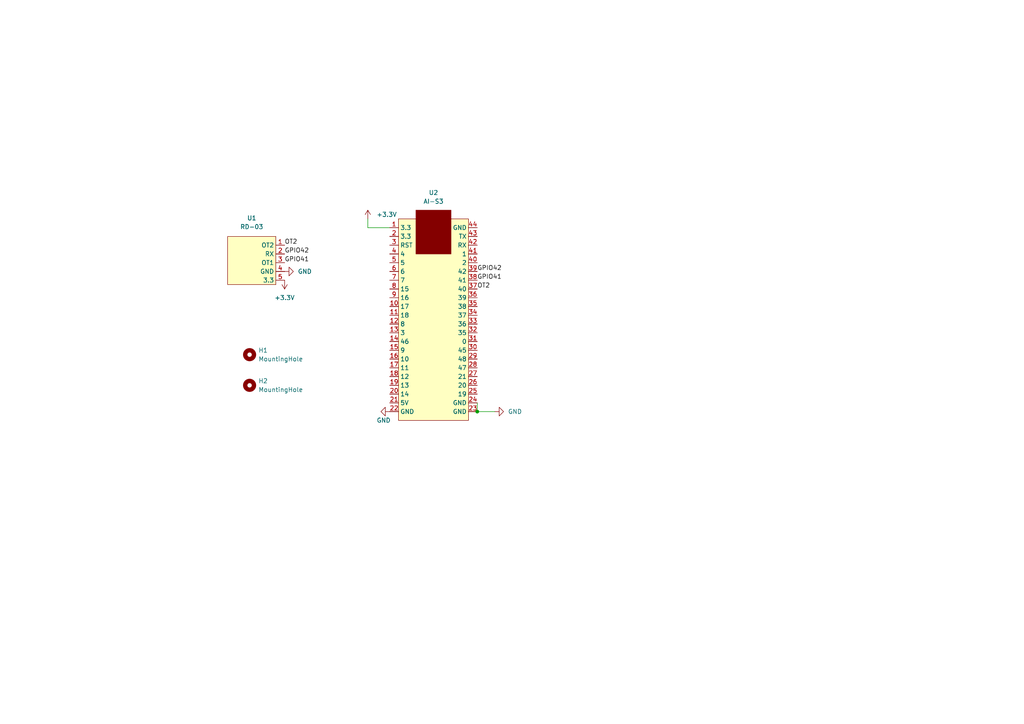
<source format=kicad_sch>
(kicad_sch (version 20211123) (generator eeschema)

  (uuid 0c065d66-7bc9-410f-852e-616d39d1b5e6)

  (paper "A4")

  (lib_symbols
    (symbol "Mechanical:MountingHole" (pin_names (offset 1.016)) (in_bom yes) (on_board yes)
      (property "Reference" "H" (id 0) (at 0 5.08 0)
        (effects (font (size 1.27 1.27)))
      )
      (property "Value" "MountingHole" (id 1) (at 0 3.175 0)
        (effects (font (size 1.27 1.27)))
      )
      (property "Footprint" "" (id 2) (at 0 0 0)
        (effects (font (size 1.27 1.27)) hide)
      )
      (property "Datasheet" "~" (id 3) (at 0 0 0)
        (effects (font (size 1.27 1.27)) hide)
      )
      (property "ki_keywords" "mounting hole" (id 4) (at 0 0 0)
        (effects (font (size 1.27 1.27)) hide)
      )
      (property "ki_description" "Mounting Hole without connection" (id 5) (at 0 0 0)
        (effects (font (size 1.27 1.27)) hide)
      )
      (property "ki_fp_filters" "MountingHole*" (id 6) (at 0 0 0)
        (effects (font (size 1.27 1.27)) hide)
      )
      (symbol "MountingHole_0_1"
        (circle (center 0 0) (radius 1.27)
          (stroke (width 1.27) (type default) (color 0 0 0 0))
          (fill (type none))
        )
      )
    )
    (symbol "ai-thinker-rd03:AI-S3" (in_bom yes) (on_board yes)
      (property "Reference" "U13" (id 0) (at 10.16 68.58 0)
        (effects (font (size 1.27 1.27)))
      )
      (property "Value" "AI-S3" (id 1) (at 10.16 66.04 0)
        (effects (font (size 1.27 1.27)))
      )
      (property "Footprint" "ai-s3:AI-S3" (id 2) (at 0 0 0)
        (effects (font (size 1.27 1.27)) hide)
      )
      (property "Datasheet" "" (id 3) (at 0 0 0)
        (effects (font (size 1.27 1.27)) hide)
      )
      (symbol "AI-S3_0_1"
        (rectangle (start 0 60.96) (end 20.32 2.54)
          (stroke (width 0) (type default) (color 0 0 0 0))
          (fill (type background))
        )
        (rectangle (start 5.08 60.96) (end 15.24 50.8)
          (stroke (width 0) (type default) (color 0 0 0 0))
          (fill (type outline))
        )
        (rectangle (start 5.08 60.96) (end 15.24 63.5)
          (stroke (width 0) (type default) (color 0 0 0 0))
          (fill (type outline))
        )
      )
      (symbol "AI-S3_1_1"
        (pin power_in line (at -2.54 58.42 0) (length 2.54)
          (name "3.3" (effects (font (size 1.27 1.27))))
          (number "1" (effects (font (size 1.27 1.27))))
        )
        (pin bidirectional line (at -2.54 35.56 0) (length 2.54)
          (name "17" (effects (font (size 1.27 1.27))))
          (number "10" (effects (font (size 1.27 1.27))))
        )
        (pin bidirectional line (at -2.54 33.02 0) (length 2.54)
          (name "18" (effects (font (size 1.27 1.27))))
          (number "11" (effects (font (size 1.27 1.27))))
        )
        (pin bidirectional line (at -2.54 30.48 0) (length 2.54)
          (name "8" (effects (font (size 1.27 1.27))))
          (number "12" (effects (font (size 1.27 1.27))))
        )
        (pin bidirectional line (at -2.54 27.94 0) (length 2.54)
          (name "3" (effects (font (size 1.27 1.27))))
          (number "13" (effects (font (size 1.27 1.27))))
        )
        (pin bidirectional line (at -2.54 25.4 0) (length 2.54)
          (name "46" (effects (font (size 1.27 1.27))))
          (number "14" (effects (font (size 1.27 1.27))))
        )
        (pin bidirectional line (at -2.54 22.86 0) (length 2.54)
          (name "9" (effects (font (size 1.27 1.27))))
          (number "15" (effects (font (size 1.27 1.27))))
        )
        (pin bidirectional line (at -2.54 20.32 0) (length 2.54)
          (name "10" (effects (font (size 1.27 1.27))))
          (number "16" (effects (font (size 1.27 1.27))))
        )
        (pin bidirectional line (at -2.54 17.78 0) (length 2.54)
          (name "11" (effects (font (size 1.27 1.27))))
          (number "17" (effects (font (size 1.27 1.27))))
        )
        (pin bidirectional line (at -2.54 15.24 0) (length 2.54)
          (name "12" (effects (font (size 1.27 1.27))))
          (number "18" (effects (font (size 1.27 1.27))))
        )
        (pin bidirectional line (at -2.54 12.7 0) (length 2.54)
          (name "13" (effects (font (size 1.27 1.27))))
          (number "19" (effects (font (size 1.27 1.27))))
        )
        (pin power_in line (at -2.54 55.88 0) (length 2.54)
          (name "3.3" (effects (font (size 1.27 1.27))))
          (number "2" (effects (font (size 1.27 1.27))))
        )
        (pin bidirectional line (at -2.54 10.16 0) (length 2.54)
          (name "14" (effects (font (size 1.27 1.27))))
          (number "20" (effects (font (size 1.27 1.27))))
        )
        (pin power_in line (at -2.54 7.62 0) (length 2.54)
          (name "5V" (effects (font (size 1.27 1.27))))
          (number "21" (effects (font (size 1.27 1.27))))
        )
        (pin power_in line (at -2.54 5.08 0) (length 2.54)
          (name "GND" (effects (font (size 1.27 1.27))))
          (number "22" (effects (font (size 1.27 1.27))))
        )
        (pin power_in line (at 22.86 5.08 180) (length 2.54)
          (name "GND" (effects (font (size 1.27 1.27))))
          (number "23" (effects (font (size 1.27 1.27))))
        )
        (pin power_in line (at 22.86 7.62 180) (length 2.54)
          (name "GND" (effects (font (size 1.27 1.27))))
          (number "24" (effects (font (size 1.27 1.27))))
        )
        (pin bidirectional line (at 22.86 10.16 180) (length 2.54)
          (name "19" (effects (font (size 1.27 1.27))))
          (number "25" (effects (font (size 1.27 1.27))))
        )
        (pin bidirectional line (at 22.86 12.7 180) (length 2.54)
          (name "20" (effects (font (size 1.27 1.27))))
          (number "26" (effects (font (size 1.27 1.27))))
        )
        (pin bidirectional line (at 22.86 15.24 180) (length 2.54)
          (name "21" (effects (font (size 1.27 1.27))))
          (number "27" (effects (font (size 1.27 1.27))))
        )
        (pin bidirectional line (at 22.86 17.78 180) (length 2.54)
          (name "47" (effects (font (size 1.27 1.27))))
          (number "28" (effects (font (size 1.27 1.27))))
        )
        (pin bidirectional line (at 22.86 20.32 180) (length 2.54)
          (name "48" (effects (font (size 1.27 1.27))))
          (number "29" (effects (font (size 1.27 1.27))))
        )
        (pin bidirectional line (at -2.54 53.34 0) (length 2.54)
          (name "RST" (effects (font (size 1.27 1.27))))
          (number "3" (effects (font (size 1.27 1.27))))
        )
        (pin bidirectional line (at 22.86 22.86 180) (length 2.54)
          (name "45" (effects (font (size 1.27 1.27))))
          (number "30" (effects (font (size 1.27 1.27))))
        )
        (pin bidirectional line (at 22.86 25.4 180) (length 2.54)
          (name "0" (effects (font (size 1.27 1.27))))
          (number "31" (effects (font (size 1.27 1.27))))
        )
        (pin bidirectional line (at 22.86 27.94 180) (length 2.54)
          (name "35" (effects (font (size 1.27 1.27))))
          (number "32" (effects (font (size 1.27 1.27))))
        )
        (pin bidirectional line (at 22.86 30.48 180) (length 2.54)
          (name "36" (effects (font (size 1.27 1.27))))
          (number "33" (effects (font (size 1.27 1.27))))
        )
        (pin bidirectional line (at 22.86 33.02 180) (length 2.54)
          (name "37" (effects (font (size 1.27 1.27))))
          (number "34" (effects (font (size 1.27 1.27))))
        )
        (pin bidirectional line (at 22.86 35.56 180) (length 2.54)
          (name "38" (effects (font (size 1.27 1.27))))
          (number "35" (effects (font (size 1.27 1.27))))
        )
        (pin bidirectional line (at 22.86 38.1 180) (length 2.54)
          (name "39" (effects (font (size 1.27 1.27))))
          (number "36" (effects (font (size 1.27 1.27))))
        )
        (pin bidirectional line (at 22.86 40.64 180) (length 2.54)
          (name "40" (effects (font (size 1.27 1.27))))
          (number "37" (effects (font (size 1.27 1.27))))
        )
        (pin bidirectional line (at 22.86 43.18 180) (length 2.54)
          (name "41" (effects (font (size 1.27 1.27))))
          (number "38" (effects (font (size 1.27 1.27))))
        )
        (pin bidirectional line (at 22.86 45.72 180) (length 2.54)
          (name "42" (effects (font (size 1.27 1.27))))
          (number "39" (effects (font (size 1.27 1.27))))
        )
        (pin bidirectional line (at -2.54 50.8 0) (length 2.54)
          (name "4" (effects (font (size 1.27 1.27))))
          (number "4" (effects (font (size 1.27 1.27))))
        )
        (pin bidirectional line (at 22.86 48.26 180) (length 2.54)
          (name "2" (effects (font (size 1.27 1.27))))
          (number "40" (effects (font (size 1.27 1.27))))
        )
        (pin bidirectional line (at 22.86 50.8 180) (length 2.54)
          (name "1" (effects (font (size 1.27 1.27))))
          (number "41" (effects (font (size 1.27 1.27))))
        )
        (pin bidirectional line (at 22.86 53.34 180) (length 2.54)
          (name "RX" (effects (font (size 1.27 1.27))))
          (number "42" (effects (font (size 1.27 1.27))))
        )
        (pin bidirectional line (at 22.86 55.88 180) (length 2.54)
          (name "TX" (effects (font (size 1.27 1.27))))
          (number "43" (effects (font (size 1.27 1.27))))
        )
        (pin power_in line (at 22.86 58.42 180) (length 2.54)
          (name "GND" (effects (font (size 1.27 1.27))))
          (number "44" (effects (font (size 1.27 1.27))))
        )
        (pin bidirectional line (at -2.54 48.26 0) (length 2.54)
          (name "5" (effects (font (size 1.27 1.27))))
          (number "5" (effects (font (size 1.27 1.27))))
        )
        (pin bidirectional line (at -2.54 45.72 0) (length 2.54)
          (name "6" (effects (font (size 1.27 1.27))))
          (number "6" (effects (font (size 1.27 1.27))))
        )
        (pin bidirectional line (at -2.54 43.18 0) (length 2.54)
          (name "7" (effects (font (size 1.27 1.27))))
          (number "7" (effects (font (size 1.27 1.27))))
        )
        (pin bidirectional line (at -2.54 40.64 0) (length 2.54)
          (name "15" (effects (font (size 1.27 1.27))))
          (number "8" (effects (font (size 1.27 1.27))))
        )
        (pin bidirectional line (at -2.54 38.1 0) (length 2.54)
          (name "16" (effects (font (size 1.27 1.27))))
          (number "9" (effects (font (size 1.27 1.27))))
        )
      )
    )
    (symbol "ai-thinker-rd03:RD-03" (in_bom yes) (on_board yes)
      (property "Reference" "U" (id 0) (at 1.27 -1.27 0)
        (effects (font (size 1.27 1.27)))
      )
      (property "Value" "RD-03" (id 1) (at 2.54 7.62 90)
        (effects (font (size 1.27 1.27)))
      )
      (property "Footprint" "" (id 2) (at 0 0 0)
        (effects (font (size 1.27 1.27)) hide)
      )
      (property "Datasheet" "" (id 3) (at 0 0 0)
        (effects (font (size 1.27 1.27)) hide)
      )
      (symbol "RD-03_0_1"
        (rectangle (start 13.97 13.97) (end 0 0)
          (stroke (width 0) (type default) (color 0 0 0 0))
          (fill (type background))
        )
      )
      (symbol "RD-03_1_1"
        (pin bidirectional line (at 16.51 11.43 180) (length 2.54)
          (name "OT2" (effects (font (size 1.27 1.27))))
          (number "1" (effects (font (size 1.27 1.27))))
        )
        (pin bidirectional line (at 16.51 8.89 180) (length 2.54)
          (name "RX" (effects (font (size 1.27 1.27))))
          (number "2" (effects (font (size 1.27 1.27))))
        )
        (pin bidirectional line (at 16.51 6.35 180) (length 2.54)
          (name "OT1" (effects (font (size 1.27 1.27))))
          (number "3" (effects (font (size 1.27 1.27))))
        )
        (pin power_in line (at 16.51 3.81 180) (length 2.54)
          (name "GND" (effects (font (size 1.27 1.27))))
          (number "4" (effects (font (size 1.27 1.27))))
        )
        (pin power_in line (at 16.51 1.27 180) (length 2.54)
          (name "3.3" (effects (font (size 1.27 1.27))))
          (number "5" (effects (font (size 1.27 1.27))))
        )
      )
    )
    (symbol "power:+3.3V" (power) (pin_names (offset 0)) (in_bom yes) (on_board yes)
      (property "Reference" "#PWR" (id 0) (at 0 -3.81 0)
        (effects (font (size 1.27 1.27)) hide)
      )
      (property "Value" "+3.3V" (id 1) (at 0 3.556 0)
        (effects (font (size 1.27 1.27)))
      )
      (property "Footprint" "" (id 2) (at 0 0 0)
        (effects (font (size 1.27 1.27)) hide)
      )
      (property "Datasheet" "" (id 3) (at 0 0 0)
        (effects (font (size 1.27 1.27)) hide)
      )
      (property "ki_keywords" "global power" (id 4) (at 0 0 0)
        (effects (font (size 1.27 1.27)) hide)
      )
      (property "ki_description" "Power symbol creates a global label with name \"+3.3V\"" (id 5) (at 0 0 0)
        (effects (font (size 1.27 1.27)) hide)
      )
      (symbol "+3.3V_0_1"
        (polyline
          (pts
            (xy -0.762 1.27)
            (xy 0 2.54)
          )
          (stroke (width 0) (type default) (color 0 0 0 0))
          (fill (type none))
        )
        (polyline
          (pts
            (xy 0 0)
            (xy 0 2.54)
          )
          (stroke (width 0) (type default) (color 0 0 0 0))
          (fill (type none))
        )
        (polyline
          (pts
            (xy 0 2.54)
            (xy 0.762 1.27)
          )
          (stroke (width 0) (type default) (color 0 0 0 0))
          (fill (type none))
        )
      )
      (symbol "+3.3V_1_1"
        (pin power_in line (at 0 0 90) (length 0) hide
          (name "+3.3V" (effects (font (size 1.27 1.27))))
          (number "1" (effects (font (size 1.27 1.27))))
        )
      )
    )
    (symbol "power:GND" (power) (pin_names (offset 0)) (in_bom yes) (on_board yes)
      (property "Reference" "#PWR" (id 0) (at 0 -6.35 0)
        (effects (font (size 1.27 1.27)) hide)
      )
      (property "Value" "GND" (id 1) (at 0 -3.81 0)
        (effects (font (size 1.27 1.27)))
      )
      (property "Footprint" "" (id 2) (at 0 0 0)
        (effects (font (size 1.27 1.27)) hide)
      )
      (property "Datasheet" "" (id 3) (at 0 0 0)
        (effects (font (size 1.27 1.27)) hide)
      )
      (property "ki_keywords" "global power" (id 4) (at 0 0 0)
        (effects (font (size 1.27 1.27)) hide)
      )
      (property "ki_description" "Power symbol creates a global label with name \"GND\" , ground" (id 5) (at 0 0 0)
        (effects (font (size 1.27 1.27)) hide)
      )
      (symbol "GND_0_1"
        (polyline
          (pts
            (xy 0 0)
            (xy 0 -1.27)
            (xy 1.27 -1.27)
            (xy 0 -2.54)
            (xy -1.27 -1.27)
            (xy 0 -1.27)
          )
          (stroke (width 0) (type default) (color 0 0 0 0))
          (fill (type none))
        )
      )
      (symbol "GND_1_1"
        (pin power_in line (at 0 0 270) (length 0) hide
          (name "GND" (effects (font (size 1.27 1.27))))
          (number "1" (effects (font (size 1.27 1.27))))
        )
      )
    )
  )

  (junction (at 138.43 119.38) (diameter 0) (color 0 0 0 0)
    (uuid bae29890-4a2d-4e20-b8cb-d7b565416303)
  )

  (wire (pts (xy 113.03 66.04) (xy 106.68 66.04))
    (stroke (width 0) (type default) (color 0 0 0 0))
    (uuid 198da5ad-2a59-4035-b0a2-9326c0ae249f)
  )
  (wire (pts (xy 138.43 116.84) (xy 138.43 119.38))
    (stroke (width 0) (type default) (color 0 0 0 0))
    (uuid 318bff2c-982e-4a8c-bc7f-49a74e9e2c3e)
  )
  (wire (pts (xy 138.43 119.38) (xy 143.51 119.38))
    (stroke (width 0) (type default) (color 0 0 0 0))
    (uuid 4ef430f1-a2c7-4afa-b8e3-e34e1376b1b9)
  )
  (wire (pts (xy 106.68 66.04) (xy 106.68 63.5))
    (stroke (width 0) (type default) (color 0 0 0 0))
    (uuid c3aa11cb-2dca-4086-940f-b4aff632af47)
  )

  (label "GPIO41" (at 138.43 81.28 0)
    (effects (font (size 1.27 1.27)) (justify left bottom))
    (uuid 6393b796-84b0-427a-961d-c6d297a6dd56)
  )
  (label "GPIO42" (at 138.43 78.74 0)
    (effects (font (size 1.27 1.27)) (justify left bottom))
    (uuid 738d1c58-7460-4ec1-bafd-c7fbfb82bcd4)
  )
  (label "OT2" (at 138.43 83.82 0)
    (effects (font (size 1.27 1.27)) (justify left bottom))
    (uuid 96780eef-a1fd-400d-9003-0616e3b1b854)
  )
  (label "OT2" (at 82.55 71.12 0)
    (effects (font (size 1.27 1.27)) (justify left bottom))
    (uuid 9ba0bfcd-3889-46bf-b5ae-253ef190f497)
  )
  (label "GPIO41" (at 82.55 76.2 0)
    (effects (font (size 1.27 1.27)) (justify left bottom))
    (uuid a1ca1b0f-b8ba-4ce8-b8b2-1c9a5c327ba2)
  )
  (label "GPIO42" (at 82.55 73.66 0)
    (effects (font (size 1.27 1.27)) (justify left bottom))
    (uuid cf5cc61d-2710-4c4e-8445-03da5a22435d)
  )

  (symbol (lib_id "power:GND") (at 113.03 119.38 270) (unit 1)
    (in_bom yes) (on_board yes)
    (uuid 2cc32159-c9fb-42ac-a403-5acd515df18e)
    (property "Reference" "#PWR?" (id 0) (at 106.68 119.38 0)
      (effects (font (size 1.27 1.27)) hide)
    )
    (property "Value" "GND" (id 1) (at 109.22 121.92 90)
      (effects (font (size 1.27 1.27)) (justify left))
    )
    (property "Footprint" "" (id 2) (at 113.03 119.38 0)
      (effects (font (size 1.27 1.27)) hide)
    )
    (property "Datasheet" "" (id 3) (at 113.03 119.38 0)
      (effects (font (size 1.27 1.27)) hide)
    )
    (pin "1" (uuid bdf1f0a1-ac63-4a0a-8546-b4422eaf127e))
  )

  (symbol (lib_id "ai-thinker-rd03:AI-S3") (at 115.57 124.46 0) (unit 1)
    (in_bom yes) (on_board yes) (fields_autoplaced)
    (uuid 5a802a1d-360e-4ec5-a525-485f6e8ee8f2)
    (property "Reference" "U2" (id 0) (at 125.73 55.88 0))
    (property "Value" "AI-S3" (id 1) (at 125.73 58.42 0))
    (property "Footprint" "rd-03:AI-S3" (id 2) (at 115.57 124.46 0)
      (effects (font (size 1.27 1.27)) hide)
    )
    (property "Datasheet" "" (id 3) (at 115.57 124.46 0)
      (effects (font (size 1.27 1.27)) hide)
    )
    (pin "1" (uuid d73f0b55-a021-418e-b5d1-26fc1babbc1a))
    (pin "10" (uuid 28cfbbdf-63ea-4cdf-8cf2-fa58998c6668))
    (pin "11" (uuid 20d163c3-2eb2-4e3a-8026-ef9ce2da0bd0))
    (pin "12" (uuid 8d646c3e-3de1-44c7-bd4d-915c11fbf8b1))
    (pin "13" (uuid 3145dfd0-cc00-40b6-bbc9-72c765d1233d))
    (pin "14" (uuid fbb933cc-8296-4332-a2bc-8bfa873349af))
    (pin "15" (uuid 1cbc17fd-ed4b-4540-a4d0-a8ded17ed186))
    (pin "16" (uuid 2308fca7-6e0a-4ab5-a219-99d3c6033d33))
    (pin "17" (uuid 84ed028e-b9b2-47d8-b276-df5e60d47b46))
    (pin "18" (uuid dcc7b795-1146-4eb1-9d65-0aa46043672e))
    (pin "19" (uuid d77f2712-97b7-4b77-a893-3897673fd678))
    (pin "2" (uuid 0097b97a-4162-454b-9430-477ef3308583))
    (pin "20" (uuid 770acf5f-f380-472d-8a77-c9add202e533))
    (pin "21" (uuid fd72d29e-daf4-4bdd-b4b5-2e5a56aceb65))
    (pin "22" (uuid cabc9274-da3c-4962-b4a8-53d0caba9082))
    (pin "23" (uuid 0a157dbc-a9d3-4a22-8367-d99ee8826c6e))
    (pin "24" (uuid 862f7312-7afe-4971-9ac1-1de2fcc1adf0))
    (pin "25" (uuid 6f84a627-b711-4d5c-9e4a-6ca8a82975e2))
    (pin "26" (uuid 77902ace-1754-4ec4-b868-bddcc0f04208))
    (pin "27" (uuid 6eca88de-6d76-4b20-8b98-490fc9dbb718))
    (pin "28" (uuid c568b797-05fe-4df1-a453-71368cdae2c5))
    (pin "29" (uuid 68006313-4e0b-4166-a2c3-b8d973951e0f))
    (pin "3" (uuid e3739423-a49f-4070-b5cf-da90bd0a2e8f))
    (pin "30" (uuid 348ed428-5fec-4d87-a49f-c1581d8c6c0c))
    (pin "31" (uuid 13c7fd23-f4f6-4dca-97b4-6a84a2120a5d))
    (pin "32" (uuid 1705be5e-c7f5-4291-89c4-bab5241c007b))
    (pin "33" (uuid c339d876-88f9-4f7c-b66f-c9f018d9fa43))
    (pin "34" (uuid 7ba72fe6-9356-4636-aaa5-96f7fe053e2b))
    (pin "35" (uuid 0027599c-8870-44b5-b72a-0145246fe6ac))
    (pin "36" (uuid 6898c140-4e02-482e-bfe7-913cffbead48))
    (pin "37" (uuid f7e92dea-6c7a-443b-9ee5-1b62ccfd9955))
    (pin "38" (uuid 5368c7a5-e236-4200-ba15-31ef28b831c2))
    (pin "39" (uuid 497d604a-06c9-4a31-a817-be655c0e2b50))
    (pin "4" (uuid cabf4b9e-b1b8-4188-b713-eda30ea69f45))
    (pin "40" (uuid 0fe0eb0b-c8e3-4792-a109-f35340db6cb8))
    (pin "41" (uuid 270b255d-3f12-4a2e-802a-417e26633d55))
    (pin "42" (uuid 4205310b-3906-46fb-8cd6-1f2cc45f25ba))
    (pin "43" (uuid 39af5fa5-c9d8-43d4-9be5-3a0c8869fb76))
    (pin "44" (uuid 1a72eb53-b9ec-4e45-bd1a-3a586dd8ea46))
    (pin "5" (uuid bf398e17-071a-4d99-bdcd-1eb951340ced))
    (pin "6" (uuid ddab517a-1e73-4f58-95db-2060ffac2203))
    (pin "7" (uuid 139e0090-3e25-4e8e-90d9-1b8af0fb657d))
    (pin "8" (uuid 1312ba2b-a090-4f28-b2bf-17d731aa38c3))
    (pin "9" (uuid 07e4cfa6-818f-425c-a3b1-6fdca2f4903a))
  )

  (symbol (lib_id "ai-thinker-rd03:RD-03") (at 66.04 82.55 0) (unit 1)
    (in_bom yes) (on_board yes) (fields_autoplaced)
    (uuid 788846a5-a005-414b-81cd-bbb9aa0daf6d)
    (property "Reference" "U1" (id 0) (at 73.025 63.246 0))
    (property "Value" "RD-03" (id 1) (at 73.025 65.786 0))
    (property "Footprint" "rd-03:RD-03" (id 2) (at 66.04 82.55 0)
      (effects (font (size 1.27 1.27)) hide)
    )
    (property "Datasheet" "" (id 3) (at 66.04 82.55 0)
      (effects (font (size 1.27 1.27)) hide)
    )
    (pin "1" (uuid 5b2e735c-0712-4422-8d15-b22822d1b421))
    (pin "2" (uuid 31261b21-e2c3-429c-bf2a-e136849cbd13))
    (pin "3" (uuid 87cf528e-c979-4381-a1ea-7b8d2a801e91))
    (pin "4" (uuid edb528ff-e23c-4c05-92eb-dd35c3228969))
    (pin "5" (uuid 58a98df5-1a48-4cd9-8207-c1012c36fa05))
  )

  (symbol (lib_id "Mechanical:MountingHole") (at 72.39 102.87 0) (unit 1)
    (in_bom yes) (on_board yes) (fields_autoplaced)
    (uuid 7981110a-175e-4b22-a6ee-f963d2f3400c)
    (property "Reference" "H1" (id 0) (at 74.93 101.5999 0)
      (effects (font (size 1.27 1.27)) (justify left))
    )
    (property "Value" "MountingHole" (id 1) (at 74.93 104.1399 0)
      (effects (font (size 1.27 1.27)) (justify left))
    )
    (property "Footprint" "MountingHole:MountingHole_3.2mm_M3" (id 2) (at 72.39 102.87 0)
      (effects (font (size 1.27 1.27)) hide)
    )
    (property "Datasheet" "~" (id 3) (at 72.39 102.87 0)
      (effects (font (size 1.27 1.27)) hide)
    )
  )

  (symbol (lib_id "power:+3.3V") (at 106.68 63.5 0) (unit 1)
    (in_bom yes) (on_board yes) (fields_autoplaced)
    (uuid 822686b0-74fb-4588-b71e-3a9a2863d62b)
    (property "Reference" "#PWR?" (id 0) (at 106.68 67.31 0)
      (effects (font (size 1.27 1.27)) hide)
    )
    (property "Value" "+3.3V" (id 1) (at 109.22 62.2299 0)
      (effects (font (size 1.27 1.27)) (justify left))
    )
    (property "Footprint" "" (id 2) (at 106.68 63.5 0)
      (effects (font (size 1.27 1.27)) hide)
    )
    (property "Datasheet" "" (id 3) (at 106.68 63.5 0)
      (effects (font (size 1.27 1.27)) hide)
    )
    (pin "1" (uuid 0aaba739-9c5a-470e-abab-3574112f4741))
  )

  (symbol (lib_id "power:+3.3V") (at 82.55 81.28 180) (unit 1)
    (in_bom yes) (on_board yes) (fields_autoplaced)
    (uuid 97fe3b32-cce3-4a9c-929d-1fc2ca171f2e)
    (property "Reference" "#PWR?" (id 0) (at 82.55 77.47 0)
      (effects (font (size 1.27 1.27)) hide)
    )
    (property "Value" "+3.3V" (id 1) (at 82.55 86.36 0))
    (property "Footprint" "" (id 2) (at 82.55 81.28 0)
      (effects (font (size 1.27 1.27)) hide)
    )
    (property "Datasheet" "" (id 3) (at 82.55 81.28 0)
      (effects (font (size 1.27 1.27)) hide)
    )
    (pin "1" (uuid 6803c062-3d5b-4fa9-a59f-02afcbe2190d))
  )

  (symbol (lib_id "Mechanical:MountingHole") (at 72.39 111.76 0) (unit 1)
    (in_bom yes) (on_board yes) (fields_autoplaced)
    (uuid e13f7a06-d199-4693-817a-e8ad443797a4)
    (property "Reference" "H2" (id 0) (at 74.93 110.4899 0)
      (effects (font (size 1.27 1.27)) (justify left))
    )
    (property "Value" "MountingHole" (id 1) (at 74.93 113.0299 0)
      (effects (font (size 1.27 1.27)) (justify left))
    )
    (property "Footprint" "MountingHole:MountingHole_3.2mm_M3" (id 2) (at 72.39 111.76 0)
      (effects (font (size 1.27 1.27)) hide)
    )
    (property "Datasheet" "~" (id 3) (at 72.39 111.76 0)
      (effects (font (size 1.27 1.27)) hide)
    )
  )

  (symbol (lib_id "power:GND") (at 143.51 119.38 90) (unit 1)
    (in_bom yes) (on_board yes) (fields_autoplaced)
    (uuid e24688ec-9016-45e7-b884-59e3c0cba75d)
    (property "Reference" "#PWR?" (id 0) (at 149.86 119.38 0)
      (effects (font (size 1.27 1.27)) hide)
    )
    (property "Value" "GND" (id 1) (at 147.32 119.3799 90)
      (effects (font (size 1.27 1.27)) (justify right))
    )
    (property "Footprint" "" (id 2) (at 143.51 119.38 0)
      (effects (font (size 1.27 1.27)) hide)
    )
    (property "Datasheet" "" (id 3) (at 143.51 119.38 0)
      (effects (font (size 1.27 1.27)) hide)
    )
    (pin "1" (uuid 854697ce-cf1c-4eb3-a43e-cdc5b7804aee))
  )

  (symbol (lib_id "power:GND") (at 82.55 78.74 90) (unit 1)
    (in_bom yes) (on_board yes) (fields_autoplaced)
    (uuid f1474462-cacc-466e-9588-645cc4e6ff95)
    (property "Reference" "#PWR?" (id 0) (at 88.9 78.74 0)
      (effects (font (size 1.27 1.27)) hide)
    )
    (property "Value" "GND" (id 1) (at 86.36 78.7399 90)
      (effects (font (size 1.27 1.27)) (justify right))
    )
    (property "Footprint" "" (id 2) (at 82.55 78.74 0)
      (effects (font (size 1.27 1.27)) hide)
    )
    (property "Datasheet" "" (id 3) (at 82.55 78.74 0)
      (effects (font (size 1.27 1.27)) hide)
    )
    (pin "1" (uuid 4a122259-1b9f-4400-a445-224a7a0022c9))
  )

  (sheet_instances
    (path "/" (page "1"))
  )

  (symbol_instances
    (path "/2cc32159-c9fb-42ac-a403-5acd515df18e"
      (reference "#PWR?") (unit 1) (value "GND") (footprint "")
    )
    (path "/822686b0-74fb-4588-b71e-3a9a2863d62b"
      (reference "#PWR?") (unit 1) (value "+3.3V") (footprint "")
    )
    (path "/97fe3b32-cce3-4a9c-929d-1fc2ca171f2e"
      (reference "#PWR?") (unit 1) (value "+3.3V") (footprint "")
    )
    (path "/e24688ec-9016-45e7-b884-59e3c0cba75d"
      (reference "#PWR?") (unit 1) (value "GND") (footprint "")
    )
    (path "/f1474462-cacc-466e-9588-645cc4e6ff95"
      (reference "#PWR?") (unit 1) (value "GND") (footprint "")
    )
    (path "/7981110a-175e-4b22-a6ee-f963d2f3400c"
      (reference "H1") (unit 1) (value "MountingHole") (footprint "MountingHole:MountingHole_3.2mm_M3")
    )
    (path "/e13f7a06-d199-4693-817a-e8ad443797a4"
      (reference "H2") (unit 1) (value "MountingHole") (footprint "MountingHole:MountingHole_3.2mm_M3")
    )
    (path "/788846a5-a005-414b-81cd-bbb9aa0daf6d"
      (reference "U1") (unit 1) (value "RD-03") (footprint "rd-03:RD-03")
    )
    (path "/5a802a1d-360e-4ec5-a525-485f6e8ee8f2"
      (reference "U2") (unit 1) (value "AI-S3") (footprint "rd-03:AI-S3")
    )
  )
)

</source>
